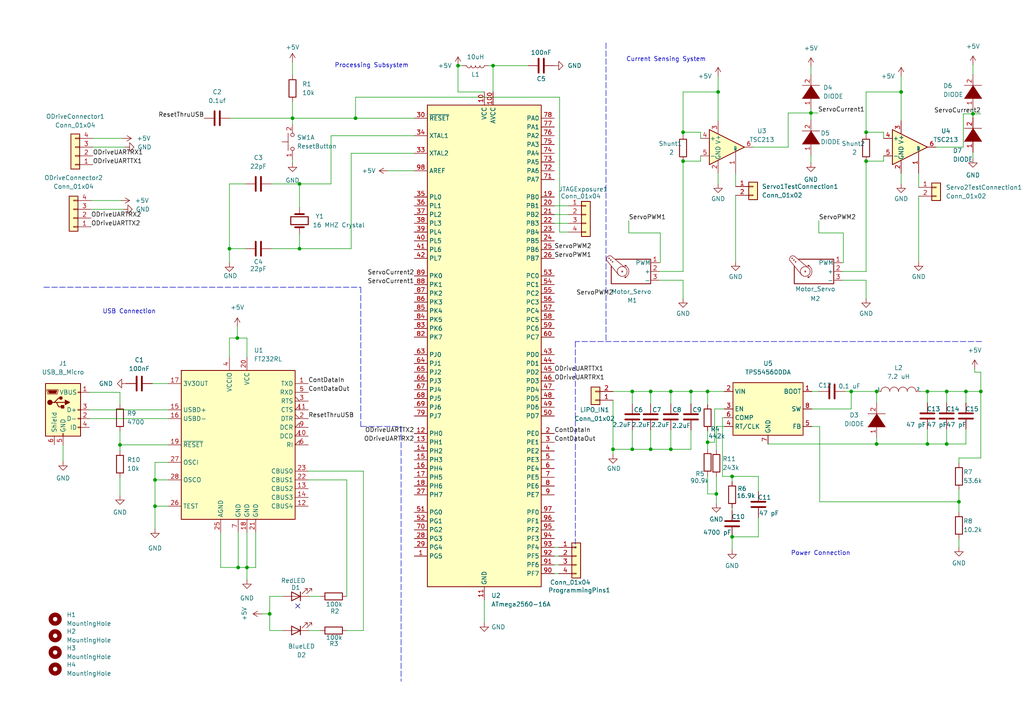
<source format=kicad_sch>
(kicad_sch (version 20211123) (generator eeschema)
  (paper "A4")
  (junction (at 177.8 130.302))
  (junction (at 132.842 19.05))
  (junction (at 194.564 130.302))
  (junction (at 280.162 113.538))
  (junction (at 143.002 19.05))
  (junction (at 246.888 113.538))
  (junction (at 103.124 34.29))
  (junction (at 268.986 128.778))
  (junction (at 274.574 113.538))
  (junction (at 284.48 113.538))
  (junction (at 86.868 72.136))
  (junction (at 78.232 178.054))
  (junction (at 205.232 113.538))
  (junction (at 198.12 38.354))
  (junction (at 194.564 113.538))
  (junction (at 34.798 129.032))
  (junction (at 44.958 146.812))
  (junction (at 254.254 128.778))
  (junction (at 44.958 139.192))
  (junction (at 274.574 128.778))
  (junction (at 278.13 145.542))
  (junction (at 84.836 34.29))
  (junction (at 251.206 46.736))
  (junction (at 66.548 72.136))
  (junction (at 69.088 164.592))
  (junction (at 188.722 130.302))
  (junction (at 268.986 113.538))
  (junction (at 212.344 155.702))
  (junction (at 261.366 26.67))
  (junction (at 198.12 46.736))
  (junction (at 207.772 143.256))
  (junction (at 71.628 164.592))
  (junction (at 282.194 33.02))
  (junction (at 68.834 98.044))
  (junction (at 251.206 38.354))
  (junction (at 208.28 26.67))
  (junction (at 254.254 113.538))
  (junction (at 183.388 130.302))
  (junction (at 205.232 128.27))
  (junction (at 86.868 53.34))
  (junction (at 212.344 138.176))
  (junction (at 200.406 113.538))
  (junction (at 235.204 32.766))
  (junction (at 188.722 113.538))
  (junction (at 183.388 113.538))
  (no_connect (at 86.36 175.768))
  (wire (pts (xy 25.908 118.872) (xy 48.768 118.872)))
  (polyline (pts (xy 116.332 123.698) (xy 116.332 197.612)))
  (wire (pts (xy 89.662 172.974) (xy 92.964 172.974)))
  (wire (pts (xy 268.986 128.778) (xy 274.574 128.778)))
  (wire (pts (xy 86.868 72.136) (xy 101.854 72.136)))
  (wire (pts (xy 246.888 113.538) (xy 246.888 118.618)))
  (wire (pts (xy 198.12 26.67) (xy 198.12 38.354)))
  (wire (pts (xy 209.55 121.158) (xy 209.55 138.176)))
  (wire (pts (xy 208.28 22.098) (xy 208.28 26.67)))
  (wire (pts (xy 141.732 19.05) (xy 143.002 19.05)))
  (wire (pts (xy 177.8 131.826) (xy 177.8 130.302)))
  (wire (pts (xy 183.388 117.094) (xy 183.388 113.538)))
  (wire (pts (xy 68.834 98.044) (xy 71.628 98.044)))
  (wire (pts (xy 66.548 53.34) (xy 66.548 72.136)))
  (wire (pts (xy 66.802 34.29) (xy 84.836 34.29)))
  (wire (pts (xy 207.772 123.698) (xy 210.058 123.698)))
  (wire (pts (xy 96.012 53.34) (xy 96.012 39.37)))
  (wire (pts (xy 205.232 137.922) (xy 205.232 143.256)))
  (wire (pts (xy 64.008 164.592) (xy 69.088 164.592)))
  (wire (pts (xy 191.262 78.74) (xy 198.12 78.74)))
  (wire (pts (xy 101.854 72.136) (xy 101.854 44.45)))
  (wire (pts (xy 34.798 117.348) (xy 34.798 113.792)))
  (wire (pts (xy 26.416 60.706) (xy 35.814 60.706)))
  (wire (pts (xy 280.162 113.538) (xy 284.48 113.538)))
  (wire (pts (xy 194.564 113.538) (xy 194.564 117.094)))
  (wire (pts (xy 100.584 182.88) (xy 105.41 182.88)))
  (wire (pts (xy 200.406 113.538) (xy 200.406 117.094)))
  (wire (pts (xy 256.286 38.354) (xy 256.286 40.132)))
  (wire (pts (xy 280.162 113.538) (xy 280.162 116.84)))
  (wire (pts (xy 219.964 155.702) (xy 212.344 155.702)))
  (wire (pts (xy 183.388 130.302) (xy 177.8 130.302)))
  (wire (pts (xy 278.13 156.21) (xy 278.13 158.75)))
  (wire (pts (xy 69.088 154.432) (xy 69.088 164.592)))
  (wire (pts (xy 251.206 46.736) (xy 251.206 78.74)))
  (wire (pts (xy 66.548 98.044) (xy 68.834 98.044)))
  (wire (pts (xy 96.012 39.37) (xy 120.142 39.37)))
  (wire (pts (xy 274.574 113.538) (xy 274.574 116.84)))
  (wire (pts (xy 284.48 113.538) (xy 284.48 132.842)))
  (wire (pts (xy 86.868 53.34) (xy 96.012 53.34)))
  (wire (pts (xy 140.462 173.99) (xy 140.462 180.594)))
  (wire (pts (xy 160.782 59.69) (xy 164.846 59.69)))
  (wire (pts (xy 278.13 141.986) (xy 278.13 145.542)))
  (wire (pts (xy 203.2 46.736) (xy 203.2 45.212)))
  (wire (pts (xy 212.344 138.176) (xy 212.344 139.7)))
  (wire (pts (xy 235.204 44.958) (xy 235.204 47.244)))
  (wire (pts (xy 284.48 107.95) (xy 282.702 107.95)))
  (wire (pts (xy 177.8 113.538) (xy 183.388 113.538)))
  (polyline (pts (xy 12.7 83.312) (xy 104.648 83.312)))
  (wire (pts (xy 278.13 132.842) (xy 278.13 134.366)))
  (wire (pts (xy 244.602 76.2) (xy 244.602 67.564)))
  (wire (pts (xy 237.744 123.698) (xy 237.744 145.542)))
  (wire (pts (xy 105.41 182.88) (xy 105.41 136.652)))
  (wire (pts (xy 100.584 172.974) (xy 100.584 139.192)))
  (wire (pts (xy 200.406 124.714) (xy 200.406 130.302)))
  (wire (pts (xy 261.366 26.67) (xy 261.366 35.052)))
  (wire (pts (xy 205.232 128.27) (xy 205.232 130.302)))
  (wire (pts (xy 143.002 19.05) (xy 153.162 19.05)))
  (wire (pts (xy 78.232 178.054) (xy 78.232 182.88)))
  (wire (pts (xy 268.986 113.538) (xy 268.986 116.84)))
  (wire (pts (xy 266.446 50.292) (xy 266.446 54.356)))
  (wire (pts (xy 235.458 113.538) (xy 237.49 113.538)))
  (wire (pts (xy 68.834 94.742) (xy 68.834 98.044)))
  (wire (pts (xy 251.206 38.354) (xy 256.286 38.354)))
  (wire (pts (xy 219.964 150.114) (xy 219.964 155.702)))
  (wire (pts (xy 274.574 128.778) (xy 274.574 124.46)))
  (wire (pts (xy 191.516 67.564) (xy 182.372 67.564)))
  (wire (pts (xy 160.782 166.37) (xy 162.052 166.37)))
  (wire (pts (xy 143.002 19.05) (xy 143.002 26.67)))
  (wire (pts (xy 26.924 42.672) (xy 36.322 42.672)))
  (wire (pts (xy 64.008 154.432) (xy 64.008 164.592)))
  (wire (pts (xy 71.628 103.632) (xy 71.628 98.044)))
  (wire (pts (xy 101.854 44.45) (xy 120.142 44.45)))
  (wire (pts (xy 103.124 28.194) (xy 103.124 34.29)))
  (wire (pts (xy 160.782 62.23) (xy 164.846 62.23)))
  (wire (pts (xy 209.55 138.176) (xy 212.344 138.176)))
  (wire (pts (xy 48.768 134.112) (xy 44.958 134.112)))
  (wire (pts (xy 198.12 46.736) (xy 198.12 78.74)))
  (wire (pts (xy 222.758 128.778) (xy 254.254 128.778)))
  (wire (pts (xy 191.516 76.2) (xy 191.516 67.564)))
  (wire (pts (xy 207.772 143.256) (xy 207.772 146.05)))
  (wire (pts (xy 69.088 164.592) (xy 71.628 164.592)))
  (wire (pts (xy 212.344 155.702) (xy 212.344 159.512)))
  (wire (pts (xy 207.772 138.176) (xy 207.772 143.256)))
  (wire (pts (xy 48.768 146.812) (xy 44.958 146.812)))
  (wire (pts (xy 194.564 130.302) (xy 188.722 130.302)))
  (wire (pts (xy 284.48 132.842) (xy 278.13 132.842)))
  (wire (pts (xy 256.286 46.736) (xy 256.286 45.212)))
  (polyline (pts (xy 104.648 83.312) (xy 104.648 123.698)))
  (wire (pts (xy 78.232 172.974) (xy 78.232 178.054)))
  (wire (pts (xy 254.254 128.778) (xy 254.254 127)))
  (wire (pts (xy 162.306 28.194) (xy 162.306 67.31)))
  (wire (pts (xy 84.836 18.034) (xy 84.836 21.844)))
  (wire (pts (xy 246.888 113.538) (xy 254.254 113.538)))
  (wire (pts (xy 228.6 32.766) (xy 235.204 32.766)))
  (wire (pts (xy 213.36 56.642) (xy 213.36 75.946)))
  (wire (pts (xy 251.206 26.67) (xy 251.206 38.354)))
  (wire (pts (xy 244.602 76.2) (xy 244.348 76.2)))
  (wire (pts (xy 66.548 72.136) (xy 66.548 76.2)))
  (wire (pts (xy 205.232 113.538) (xy 210.058 113.538)))
  (wire (pts (xy 188.722 130.302) (xy 183.388 130.302)))
  (wire (pts (xy 71.628 164.592) (xy 71.628 168.148)))
  (wire (pts (xy 48.768 111.252) (xy 44.196 111.252)))
  (wire (pts (xy 34.798 129.032) (xy 34.798 130.81)))
  (wire (pts (xy 188.722 124.714) (xy 188.722 130.302)))
  (wire (pts (xy 84.836 34.29) (xy 84.836 36.068)))
  (wire (pts (xy 162.306 67.31) (xy 164.846 67.31)))
  (wire (pts (xy 213.36 50.292) (xy 213.36 54.102)))
  (wire (pts (xy 160.782 158.75) (xy 162.052 158.75)))
  (wire (pts (xy 198.12 26.67) (xy 208.28 26.67)))
  (wire (pts (xy 280.162 128.778) (xy 280.162 124.46)))
  (wire (pts (xy 208.28 26.67) (xy 208.28 35.052)))
  (wire (pts (xy 78.232 178.054) (xy 75.946 178.054)))
  (wire (pts (xy 261.366 50.292) (xy 261.366 53.34)))
  (wire (pts (xy 235.458 118.618) (xy 246.888 118.618)))
  (wire (pts (xy 274.574 113.538) (xy 280.162 113.538)))
  (wire (pts (xy 86.868 53.34) (xy 78.74 53.34)))
  (wire (pts (xy 282.194 31.75) (xy 282.194 33.02)))
  (wire (pts (xy 26.416 58.166) (xy 35.052 58.166)))
  (wire (pts (xy 212.344 138.176) (xy 219.964 138.176)))
  (wire (pts (xy 279.4 33.02) (xy 282.194 33.02)))
  (wire (pts (xy 282.194 44.196) (xy 282.194 45.974)))
  (wire (pts (xy 266.446 56.896) (xy 266.446 75.946)))
  (wire (pts (xy 198.12 38.354) (xy 203.2 38.354)))
  (wire (pts (xy 132.842 26.67) (xy 140.462 26.67)))
  (wire (pts (xy 244.348 78.74) (xy 251.206 78.74)))
  (wire (pts (xy 237.49 64.008) (xy 237.49 67.564)))
  (wire (pts (xy 203.2 38.354) (xy 203.2 40.132)))
  (wire (pts (xy 251.206 38.354) (xy 251.206 39.116)))
  (wire (pts (xy 103.124 34.29) (xy 120.142 34.29)))
  (wire (pts (xy 228.6 42.672) (xy 228.6 32.766)))
  (wire (pts (xy 84.836 34.29) (xy 103.124 34.29)))
  (wire (pts (xy 251.206 46.736) (xy 256.286 46.736)))
  (wire (pts (xy 282.702 106.934) (xy 282.702 107.95)))
  (wire (pts (xy 244.348 81.28) (xy 251.206 81.28)))
  (wire (pts (xy 160.782 64.77) (xy 164.846 64.77)))
  (polyline (pts (xy 175.768 12.446) (xy 175.768 74.168)))
  (wire (pts (xy 235.204 32.766) (xy 235.204 34.798)))
  (wire (pts (xy 34.798 124.968) (xy 34.798 129.032)))
  (wire (pts (xy 82.042 182.88) (xy 78.232 182.88)))
  (wire (pts (xy 284.48 113.538) (xy 284.48 107.95)))
  (wire (pts (xy 212.344 147.32) (xy 212.344 148.082)))
  (wire (pts (xy 207.264 118.618) (xy 210.058 118.618)))
  (wire (pts (xy 208.28 50.292) (xy 208.28 53.34)))
  (wire (pts (xy 188.722 113.538) (xy 188.722 117.094)))
  (wire (pts (xy 254.254 116.84) (xy 254.254 113.538)))
  (wire (pts (xy 74.168 164.592) (xy 71.628 164.592)))
  (wire (pts (xy 82.042 172.974) (xy 78.232 172.974)))
  (wire (pts (xy 44.958 134.112) (xy 44.958 139.192)))
  (wire (pts (xy 183.388 113.538) (xy 188.722 113.538)))
  (wire (pts (xy 66.548 103.632) (xy 66.548 98.044)))
  (wire (pts (xy 78.74 72.136) (xy 86.868 72.136)))
  (wire (pts (xy 210.058 121.158) (xy 209.55 121.158)))
  (wire (pts (xy 235.204 31.75) (xy 235.204 32.766)))
  (wire (pts (xy 44.958 146.812) (xy 44.958 153.416)))
  (wire (pts (xy 198.12 38.354) (xy 198.12 39.116)))
  (wire (pts (xy 251.206 81.28) (xy 251.206 86.614)))
  (wire (pts (xy 34.798 113.792) (xy 25.908 113.792)))
  (wire (pts (xy 235.204 32.766) (xy 237.236 32.766)))
  (wire (pts (xy 235.458 123.698) (xy 237.744 123.698)))
  (wire (pts (xy 200.406 130.302) (xy 194.564 130.302)))
  (wire (pts (xy 274.574 128.778) (xy 280.162 128.778)))
  (wire (pts (xy 132.842 19.05) (xy 134.112 19.05)))
  (wire (pts (xy 207.264 128.27) (xy 205.232 128.27)))
  (wire (pts (xy 207.772 123.698) (xy 207.772 130.556)))
  (wire (pts (xy 254.254 128.778) (xy 268.986 128.778)))
  (wire (pts (xy 205.232 143.256) (xy 207.772 143.256)))
  (wire (pts (xy 194.564 113.538) (xy 200.406 113.538)))
  (wire (pts (xy 132.842 19.05) (xy 132.842 26.67)))
  (wire (pts (xy 182.372 67.564) (xy 182.372 64.008)))
  (wire (pts (xy 282.194 33.02) (xy 282.194 34.036)))
  (wire (pts (xy 191.516 76.2) (xy 191.262 76.2)))
  (polyline (pts (xy 104.648 123.698) (xy 116.332 123.698)))
  (wire (pts (xy 198.12 81.28) (xy 198.12 86.614)))
  (wire (pts (xy 200.406 113.538) (xy 205.232 113.538)))
  (wire (pts (xy 89.662 182.88) (xy 92.964 182.88)))
  (polyline (pts (xy 175.768 74.168) (xy 175.768 99.06)))
  (wire (pts (xy 112.522 49.53) (xy 120.142 49.53)))
  (wire (pts (xy 105.41 136.652) (xy 89.408 136.652)))
  (wire (pts (xy 71.12 53.34) (xy 66.548 53.34)))
  (polyline (pts (xy 166.878 99.06) (xy 166.878 159.004)))
  (wire (pts (xy 103.124 28.194) (xy 162.306 28.194)))
  (wire (pts (xy 244.602 67.564) (xy 237.49 67.564)))
  (wire (pts (xy 279.4 42.672) (xy 279.4 33.02)))
  (wire (pts (xy 205.232 124.968) (xy 205.232 128.27)))
  (wire (pts (xy 218.44 42.672) (xy 228.6 42.672)))
  (wire (pts (xy 160.782 163.83) (xy 162.052 163.83)))
  (wire (pts (xy 191.262 81.28) (xy 198.12 81.28)))
  (wire (pts (xy 86.868 72.136) (xy 86.868 67.818)))
  (wire (pts (xy 268.986 113.538) (xy 266.954 113.538)))
  (wire (pts (xy 278.13 145.542) (xy 278.13 148.59)))
  (wire (pts (xy 84.836 29.464) (xy 84.836 34.29)))
  (wire (pts (xy 205.232 113.538) (xy 205.232 117.348)))
  (wire (pts (xy 268.986 124.46) (xy 268.986 128.778)))
  (wire (pts (xy 251.206 26.67) (xy 261.366 26.67)))
  (wire (pts (xy 84.836 46.228) (xy 84.836 47.244)))
  (wire (pts (xy 86.868 60.198) (xy 86.868 53.34)))
  (wire (pts (xy 44.958 139.192) (xy 48.768 139.192)))
  (wire (pts (xy 261.366 22.098) (xy 261.366 26.67)))
  (wire (pts (xy 34.798 138.43) (xy 34.798 143.764)))
  (wire (pts (xy 235.204 19.304) (xy 235.204 21.59)))
  (wire (pts (xy 74.168 154.432) (xy 74.168 164.592)))
  (wire (pts (xy 26.924 40.132) (xy 35.56 40.132)))
  (wire (pts (xy 183.388 124.714) (xy 183.388 130.302)))
  (wire (pts (xy 34.798 129.032) (xy 48.768 129.032)))
  (wire (pts (xy 268.986 113.538) (xy 274.574 113.538)))
  (wire (pts (xy 160.782 161.29) (xy 162.052 161.29)))
  (wire (pts (xy 198.12 46.736) (xy 203.2 46.736)))
  (wire (pts (xy 100.584 139.192) (xy 89.408 139.192)))
  (wire (pts (xy 66.548 72.136) (xy 71.12 72.136)))
  (wire (pts (xy 188.722 113.538) (xy 194.564 113.538)))
  (wire (pts (xy 194.564 124.714) (xy 194.564 130.302)))
  (wire (pts (xy 71.628 154.432) (xy 71.628 164.592)))
  (wire (pts (xy 207.264 118.618) (xy 207.264 128.27)))
  (wire (pts (xy 18.288 129.032) (xy 18.288 133.858)))
  (wire (pts (xy 25.908 121.412) (xy 48.768 121.412)))
  (wire (pts (xy 177.8 130.302) (xy 177.8 116.078)))
  (polyline (pts (xy 284.734 99.06) (xy 166.878 99.06)))
  (wire (pts (xy 44.958 139.192) (xy 44.958 146.812)))
  (wire (pts (xy 271.526 42.672) (xy 279.4 42.672)))
  (wire (pts (xy 282.194 18.796) (xy 282.194 21.59)))
  (wire (pts (xy 219.964 138.176) (xy 219.964 142.494)))
  (wire (pts (xy 282.194 33.02) (xy 284.48 33.02)))
  (wire (pts (xy 245.11 113.538) (xy 246.888 113.538)))
  (wire (pts (xy 237.744 145.542) (xy 278.13 145.542)))
  (text "Processing Subsystem\n" (at 97.028 19.812 0) (effects (font (size 1.27 1.27)) (justify left bottom)))
  (text "Power Connection" (at 229.362 161.29 0) (effects (font (size 1.27 1.27)) (justify left bottom)))
  (text "USB Connection\n" (at 29.718 91.186 0) (effects (font (size 1.27 1.27)) (justify left bottom)))
  (text "Current Sensing System\n" (at 181.61 18.034 0) (effects (font (size 1.27 1.27)) (justify left bottom)))
  (label "ServoPWM1" (at 160.782 74.93 0))
  (label "ContDataIn" (at 89.408 111.252 0))
  (label "ServoPWM2" (at 237.49 64.008 0))
  (label "ResetThruUSB" (at 59.182 34.29 180))
  (label "ContDataOut" (at 160.782 128.27 0))
  (label "ODriveUARTRX2" (at 120.142 128.27 180))
  (label "ServoCurrent2" (at 284.48 33.02 180))
  (label "ContDataIn" (at 160.782 125.73 0))
  (label "ServoPWM2" (at 160.782 72.39 0))
  (label "ODriveUARTTX1" (at 160.782 107.95 0))
  (label "ServoCurrent1" (at 237.236 32.766 0))
  (label "ODriveUARTRX2" (at 26.416 63.246 0))
  (label "ServoCurrent2" (at 120.142 80.01 180))
  (label "ODriveUARTRX1" (at 26.924 45.212 0))
  (label "ServoPWM2" (at 167.132 85.852 0))
  (label "ResetThruUSB" (at 89.408 121.412 0))
  (label "ODriveUARTTX2" (at 120.142 125.73 180))
  (label "ServoPWM1" (at 182.372 64.008 0))
  (label "ServoCurrent1" (at 120.142 82.55 180))
  (label "ODriveUARTTX2" (at 26.416 65.786 0))
  (label "ODriveUARTRX1" (at 160.782 110.49 0))
  (label "ContDataOut" (at 89.408 113.792 0))
  (label "ODriveUARTTX1" (at 26.924 47.752 0))
  (symbol (lib_id "power:GND") (at 207.772 146.05 0) (unit 1)
    (property "Reference" "#PWR0112" (effects hide))
    (property "Value" "GND" (at 207.772 150.622 0))
  )
  (symbol (lib_id "Device:C") (at 62.992 34.29 90) (unit 1)
    (property "Reference" "C2" (at 62.992 26.67 90))
    (property "Value" "0.1uf" (at 62.992 29.21 90))
    (property "Footprint" "Capacitor_SMD:C_0805_2012Metric_Pad1.18x1.45mm_HandSolder" (effects hide))
  )
  (symbol (lib_id "Device:LED") (at 85.852 182.88 180) (unit 1)
    (property "Reference" "D2" (at 87.4395 189.992 0))
    (property "Value" "BlueLED" (at 87.4395 187.452 0))
    (property "Footprint" "Diode_SMD:D_0603_1608Metric_Pad1.05x0.95mm_HandSolder" (effects hide))
  )
  (symbol (lib_id "power:GND") (at 84.836 47.244 0) (unit 1)
    (property "Reference" "#PWR0114" (effects hide))
    (property "Value" "GND" (at 84.836 52.324 0))
  )
  (symbol (lib_id "Device:C") (at 200.406 120.904 180) (unit 1)
    (property "Reference" "C9" (at 202.184 118.872 0))
    (property "Value" "2.2uF" (at 197.612 123.444 0))
    (property "Footprint" "Capacitor_SMD:C_0805_2012Metric_Pad1.18x1.45mm_HandSolder" (effects hide))
  )
  (symbol (lib_id "Device:R") (at 212.344 143.51 0) (unit 1)
    (property "Reference" "R6" (at 213.868 141.732 0) (effects (justify left)))
    (property "Value" "16.9k" (at 213.614 143.764 0) (effects (justify left)))
    (property "Footprint" "Resistor_SMD:R_0805_2012Metric_Pad1.20x1.40mm_HandSolder" (effects hide))
  )
  (symbol (lib_id "Connector_Generic:Conn_01x04") (at 169.926 62.23 0) (unit 1)
    (property "Reference" "JTAGExposure1" (at 162.052 54.864 0) (effects (justify left)))
    (property "Value" "Conn_01x04" (at 162.56 56.896 0) (effects (justify left)))
    (property "Footprint" "Connector_Molex:Molex_KK-254_AE-6410-04A_1x04_P2.54mm_Vertical" (effects hide))
  )
  (symbol (lib_id "Device:C") (at 74.93 72.136 90) (unit 1)
    (property "Reference" "C4" (at 74.93 75.946 90))
    (property "Value" "22pF" (at 74.93 77.978 90))
    (property "Footprint" "Capacitor_SMD:C_0805_2012Metric_Pad1.18x1.45mm_HandSolder" (effects hide))
  )
  (symbol (lib_id "Device:C") (at 74.93 53.34 90) (unit 1)
    (property "Reference" "C3" (at 74.93 45.72 90))
    (property "Value" "22pF" (at 74.93 48.26 90))
    (property "Footprint" "Capacitor_SMD:C_0805_2012Metric_Pad1.18x1.45mm_HandSolder" (effects hide))
  )
  (symbol (lib_id "power:GND") (at 140.462 180.594 0) (unit 1)
    (property "Reference" "#PWR0127" (effects hide))
    (property "Value" "GND" (at 142.494 181.8639 0) (effects (justify left)))
  )
  (symbol (lib_id "Device:C") (at 280.162 120.65 180) (unit 1)
    (property "Reference" "C15" (at 281.94 118.618 0))
    (property "Value" "47 pF" (at 277.368 123.19 0))
    (property "Footprint" "Capacitor_SMD:C_0805_2012Metric_Pad1.18x1.45mm_HandSolder" (effects hide))
  )
  (symbol (lib_id "power:GND") (at 212.344 159.512 0) (unit 1)
    (property "Reference" "#PWR0103" (effects hide))
    (property "Value" "GND" (at 212.344 164.084 0))
  )
  (symbol (lib_name "INA181_1") (lib_id "Amplifier_Current:INA181") (at 263.906 42.672 0) (unit 1)
    (property "Reference" "U4" (at 274.32 37.973 0))
    (property "Value" "TSC213" (at 274.32 40.513 0))
    (property "Footprint" "footprints:TSC213ICT" (effects hide))
    (property "Datasheet" "http://www.ti.com/lit/ds/symlink/ina181.pdf" (effects hide))
  )
  (symbol (lib_id "power:GND") (at 18.288 133.858 0) (unit 1)
    (property "Reference" "#PWR0123" (effects hide))
    (property "Value" "GND" (at 18.288 138.684 0))
  )
  (symbol (lib_id "Device:R") (at 205.232 121.158 0) (mirror y) (unit 1)
    (property "Reference" "R4" (at 208.788 124.46 0) (effects (justify left)))
    (property "Value" "442k" (at 210.312 126.492 0) (effects (justify left)))
    (property "Footprint" "Resistor_SMD:R_0805_2012Metric_Pad1.20x1.40mm_HandSolder" (effects hide))
  )
  (symbol (lib_id "power:GND") (at 34.798 143.764 0) (unit 1)
    (property "Reference" "#PWR0135" (effects hide))
    (property "Value" "GND" (at 34.798 148.59 0))
  )
  (symbol (lib_id "Connector_Generic:Conn_01x04") (at 21.336 63.246 180) (unit 1)
    (property "Reference" "ODriveConnector2" (at 21.336 51.562 0))
    (property "Value" "Conn_01x04" (at 21.336 54.102 0))
    (property "Footprint" "Connector_Molex:Molex_KK-254_AE-6410-04A_1x04_P2.54mm_Vertical" (effects hide))
  )
  (symbol (lib_id "power:GND") (at 266.446 75.946 0) (unit 1)
    (property "Reference" "#PWR0104" (effects hide))
    (property "Value" "GND" (at 264.414 80.264 0) (effects (justify left)))
  )
  (symbol (lib_id "Amplifier_Current:INA181") (at 210.82 42.672 0) (unit 1)
    (property "Reference" "U3" (at 220.98 37.973 0))
    (property "Value" "TSC213" (at 220.98 40.513 0))
    (property "Footprint" "footprints:TSC213ICT" (effects hide))
    (property "Datasheet" "http://www.ti.com/lit/ds/symlink/ina181.pdf" (effects hide))
  )
  (symbol (lib_id "Device:R") (at 96.774 182.88 270) (unit 1)
    (property "Reference" "R3" (at 95.504 186.69 90) (effects (justify left)))
    (property "Value" "100k" (at 94.488 184.912 90) (effects (justify left)))
    (property "Footprint" "Resistor_SMD:R_0805_2012Metric_Pad1.20x1.40mm_HandSolder" (effects hide))
  )
  (symbol (lib_id "Connector_Generic:Conn_01x02") (at 271.526 54.356 0) (unit 1)
    (property "Reference" "Servo2TestConnection1" (at 274.32 54.3559 0) (effects (justify left)))
    (property "Value" "Conn_01x02" (at 274.32 56.8959 0) (effects (justify left)))
    (property "Footprint" "Connector_Molex:Molex_KK-254_AE-6410-02A_1x02_P2.54mm_Vertical" (effects hide))
  )
  (symbol (lib_id "pspice:DIODE") (at 235.204 39.878 90) (unit 1)
    (property "Reference" "D5" (at 237.998 38.608 90) (effects (justify right)))
    (property "Value" "DIODE" (at 237.998 41.148 90) (effects (justify right)))
    (property "Footprint" "eec:Vishay-B360A-E3_61T-0-0-0" (effects hide))
  )
  (symbol (lib_id "pspice:DIODE") (at 282.194 26.67 90) (unit 1)
    (property "Reference" "D6" (at 273.558 24.892 90) (effects (justify right)))
    (property "Value" "DIODE" (at 273.558 27.432 90) (effects (justify right)))
    (property "Footprint" "eec:Vishay-B360A-E3_61T-0-0-0" (effects hide))
  )
  (symbol (lib_id "Device:R") (at 205.232 134.112 0) (unit 1)
    (property "Reference" "R5" (at 201.676 137.414 0) (effects (justify left)))
    (property "Value" "90.9k" (at 200.152 139.446 0) (effects (justify left)))
    (property "Footprint" "Resistor_SMD:R_0805_2012Metric_Pad1.20x1.40mm_HandSolder" (effects hide))
  )
  (symbol (lib_id "power:+5V") (at 261.366 22.098 0) (unit 1)
    (property "Reference" "#PWR0101" (effects hide))
    (property "Value" "+5V" (at 257.556 22.098 0))
  )
  (symbol (lib_id "Device:C") (at 219.964 146.304 180) (unit 1)
    (property "Reference" "C11" (at 221.742 144.272 0))
    (property "Value" "47 pF" (at 223.012 148.844 0))
    (property "Footprint" "Capacitor_SMD:C_0805_2012Metric_Pad1.18x1.45mm_HandSolder" (effects hide))
  )
  (symbol (lib_id "Device:R") (at 278.13 152.4 0) (unit 1)
    (property "Reference" "R8" (at 279.4 151.13 0) (effects (justify left)))
    (property "Value" "10.2k" (at 279.4 153.67 0) (effects (justify left)))
    (property "Footprint" "Resistor_SMD:R_0805_2012Metric_Pad1.20x1.40mm_HandSolder" (effects hide))
  )
  (symbol (lib_id "power:+5V") (at 84.836 18.034 0) (unit 1)
    (property "Reference" "#PWR0117" (effects hide))
    (property "Value" "+5V" (at 84.836 13.716 0))
  )
  (symbol (lib_id "power:GND") (at 208.28 53.34 0) (unit 1)
    (property "Reference" "#PWR0107" (effects hide))
    (property "Value" "GND" (at 206.248 57.658 0) (effects (justify left)))
  )
  (symbol (lib_id "Connector:USB_B_Micro") (at 18.288 118.872 0) (unit 1)
    (property "Reference" "J1" (at 18.288 105.41 0))
    (property "Value" "USB_B_Micro" (at 18.288 107.95 0))
    (property "Footprint" "Connector_USB:USB_Mini-B_AdamTech_MUSB-B5-S-VT-TSMT-1_SMD_Vertical" (effects hide))
  )
  (symbol (lib_id "Device:R") (at 34.798 121.158 0) (unit 1)
    (property "Reference" "R9" (at 36.83 119.8879 0) (effects (justify left)))
    (property "Value" "4700" (at 36.83 122.4279 0) (effects (justify left)))
    (property "Footprint" "Resistor_SMD:R_0805_2012Metric_Pad1.20x1.40mm_HandSolder" (effects hide))
  )
  (symbol (lib_id "power:+5V") (at 132.842 19.05 0) (unit 1)
    (property "Reference" "#PWR0105" (effects hide))
    (property "Value" "+5V" (at 129.032 19.05 0))
  )
  (symbol (lib_id "Connector_Generic:Conn_01x04") (at 167.132 161.29 0) (unit 1)
    (property "Reference" "ProgrammingPins1" (at 159.004 171.196 0) (effects (justify left)))
    (property "Value" "Conn_01x04" (at 159.512 168.91 0) (effects (justify left)))
    (property "Footprint" "Connector_Molex:Molex_KK-254_AE-6410-04A_1x04_P2.54mm_Vertical" (effects hide))
  )
  (symbol (lib_id "pspice:DIODE") (at 254.254 121.92 90) (unit 1)
    (property "Reference" "D3" (at 246.38 120.396 90) (effects (justify right)))
    (property "Value" "DIODE" (at 244.856 122.936 90) (effects (justify right)))
    (property "Footprint" "eec:Vishay-B360A-E3_61T-0-0-0" (effects hide))
  )
  (symbol (lib_id "power:GND") (at 261.366 53.34 0) (unit 1)
    (property "Reference" "#PWR0102" (effects hide))
    (property "Value" "GND" (at 259.334 57.658 0) (effects (justify left)))
  )
  (symbol (lib_id "Connector_Generic:Conn_01x04") (at 21.844 45.212 180) (unit 1)
    (property "Reference" "ODriveConnector1" (at 21.844 33.782 0))
    (property "Value" "Conn_01x04" (at 21.844 36.322 0))
    (property "Footprint" "Connector_Molex:Molex_KK-254_AE-6410-04A_1x04_P2.54mm_Vertical" (effects hide))
  )
  (symbol (lib_id "power:GND") (at 278.13 158.75 0) (unit 1)
    (property "Reference" "#PWR0130" (effects hide))
    (property "Value" "GND" (at 278.13 163.322 0))
  )
  (symbol (lib_id "Mechanical:MountingHole") (at 16.002 184.404 0) (unit 1)
    (property "Reference" "H2" (at 19.304 183.1339 0) (effects (justify left)))
    (property "Value" "MountingHole" (at 19.304 185.6739 0) (effects (justify left)))
    (property "Footprint" "MountingHole:MountingHole_3.2mm_M3" (effects hide))
  )
  (symbol (lib_id "Device:R") (at 198.12 42.926 0) (unit 1)
    (property "Reference" "Shunt1" (at 191.008 41.656 0) (effects (justify left)))
    (property "Value" "2" (at 194.056 44.196 0) (effects (justify left)))
    (property "Footprint" "Resistor_SMD:R_0805_2012Metric_Pad1.20x1.40mm_HandSolder" (effects hide))
  )
  (symbol (lib_id "Device:R") (at 34.798 134.62 0) (unit 1)
    (property "Reference" "R10" (at 36.83 133.3499 0) (effects (justify left)))
    (property "Value" "10k" (at 36.83 135.8899 0) (effects (justify left)))
    (property "Footprint" "Resistor_SMD:R_0805_2012Metric_Pad1.20x1.40mm_HandSolder" (effects hide))
  )
  (symbol (lib_id "Device:C") (at 274.574 120.65 180) (unit 1)
    (property "Reference" "C14" (at 276.352 118.618 0))
    (property "Value" "47 pF" (at 271.78 123.19 0))
    (property "Footprint" "Capacitor_SMD:C_0805_2012Metric_Pad1.18x1.45mm_HandSolder" (effects hide))
  )
  (symbol (lib_id "power:GND") (at 36.576 111.252 270) (unit 1)
    (property "Reference" "#PWR0122" (effects hide))
    (property "Value" "GND" (at 32.766 111.2519 90) (effects (justify right)))
  )
  (symbol (lib_id "Device:R") (at 251.206 42.926 0) (unit 1)
    (property "Reference" "Shunt2" (at 244.094 41.656 0) (effects (justify left)))
    (property "Value" "2" (at 247.142 44.196 0) (effects (justify left)))
    (property "Footprint" "Resistor_SMD:R_0805_2012Metric_Pad1.20x1.40mm_HandSolder" (effects hide))
  )
  (symbol (lib_id "power:GND") (at 177.8 131.826 0) (unit 1)
    (property "Reference" "#PWR0128" (effects hide))
    (property "Value" "GND" (at 180.086 135.89 0) (effects (justify right)))
  )
  (symbol (lib_id "power:+5V") (at 235.204 19.304 0) (unit 1)
    (property "Reference" "#PWR0132" (effects hide))
    (property "Value" "+5V" (at 235.204 13.97 0))
  )
  (symbol (lib_id "power:+5V") (at 282.194 18.796 0) (unit 1)
    (property "Reference" "#PWR0134" (effects hide))
    (property "Value" "+5V" (at 282.194 13.462 0))
  )
  (symbol (lib_id "power:+5V") (at 68.834 94.742 0) (unit 1)
    (property "Reference" "#PWR0118" (effects hide))
    (property "Value" "+5V" (at 68.834 89.154 0))
  )
  (symbol (lib_id "Device:L") (at 137.922 19.05 270) (unit 1)
    (property "Reference" "L1" (at 137.922 21.59 90))
    (property "Value" "10uH" (at 137.922 16.51 90))
    (property "Footprint" "Inductor_SMD:L_0603_1608Metric_Pad1.05x0.95mm_HandSolder" (effects hide))
  )
  (symbol (lib_id "Connector_Generic:Conn_01x02") (at 172.72 116.078 180) (unit 1)
    (property "Reference" "LiPO_IN1" (at 172.466 118.872 0))
    (property "Value" "Conn_01x02" (at 172.466 121.412 0))
    (property "Footprint" "Connector_Wire:SolderWire-2sqmm_1x02_P7.8mm_D2mm_OD3.9mm" (effects hide))
  )
  (symbol (lib_id "pspice:INDUCTOR") (at 260.604 113.538 0) (unit 1)
    (property "Reference" "L2" (at 260.604 106.68 0))
    (property "Value" "7.2 uH" (at 260.604 109.22 0))
    (property "Footprint" "eec:WE-PDF59" (effects hide))
  )
  (symbol (lib_id "power:GND") (at 213.36 75.946 0) (unit 1)
    (property "Reference" "#PWR0113" (effects hide))
    (property "Value" "GND" (at 211.328 80.264 0) (effects (justify left)))
  )
  (symbol (lib_id "power:GND") (at 160.782 19.05 90) (unit 1)
    (property "Reference" "#PWR0109" (effects hide))
    (property "Value" "GND" (at 164.592 19.0499 90) (effects (justify right)))
  )
  (symbol (lib_id "Motor:Motor_Servo") (at 183.642 78.74 0) (mirror y) (unit 1)
    (property "Reference" "M1" (at 183.388 87.122 0))
    (property "Value" "Motor_Servo" (at 183.134 84.582 0))
    (property "Footprint" "Connector_Molex:Molex_KK-254_AE-6410-03A_1x03_P2.54mm_Vertical" (effects hide))
    (property "Datasheet" "http://forums.parallax.com/uploads/attachments/46831/74481.png" (effects hide))
  )
  (symbol (lib_id "Device:C") (at 194.564 120.904 180) (unit 1)
    (property "Reference" "C8" (at 196.342 118.872 0))
    (property "Value" "2.2uF" (at 191.516 123.19 0))
    (property "Footprint" "Capacitor_SMD:C_0805_2012Metric_Pad1.18x1.45mm_HandSolder" (effects hide))
  )
  (symbol (lib_id "Device:R") (at 207.772 134.366 0) (unit 1)
    (property "Reference" "R11" (at 209.55 133.0959 0) (effects (justify left)))
    (property "Value" "243k" (at 209.55 135.6359 0) (effects (justify left)))
    (property "Footprint" "Resistor_SMD:R_0805_2012Metric_Pad1.20x1.40mm_HandSolder" (effects hide))
  )
  (symbol (lib_id "Device:C") (at 241.3 113.538 270) (unit 1)
    (property "Reference" "C12" (at 239.268 111.76 90))
    (property "Value" "0.1 uF" (at 246.38 112.014 90))
    (property "Footprint" "Capacitor_SMD:C_0805_2012Metric_Pad1.18x1.45mm_HandSolder" (effects hide))
  )
  (symbol (lib_id "power:+5V") (at 112.522 49.53 90) (unit 1)
    (property "Reference" "#PWR0106" (effects hide))
    (property "Value" "+5V" (at 104.902 49.53 90) (effects (justify right)))
  )
  (symbol (lib_id "Device:C") (at 40.386 111.252 90) (unit 1)
    (property "Reference" "C1" (at 40.386 104.394 90))
    (property "Value" "100nF" (at 40.386 106.934 90))
    (property "Footprint" "Capacitor_SMD:C_0805_2012Metric_Pad1.18x1.45mm_HandSolder" (effects hide))
  )
  (symbol (lib_id "Connector_Generic:Conn_01x02") (at 218.44 54.102 0) (unit 1)
    (property "Reference" "Servo1TestConnection1" (at 220.98 54.1019 0) (effects (justify left)))
    (property "Value" "Conn_01x02" (at 220.98 56.6419 0) (effects (justify left)))
    (property "Footprint" "Connector_Molex:Molex_KK-254_AE-6410-02A_1x02_P2.54mm_Vertical" (effects hide))
  )
  (symbol (lib_id "MCU_Microchip_ATmega:ATmega2560-16A") (at 140.462 100.33 0) (unit 1)
    (property "Reference" "U2" (at 142.4814 172.72 0) (effects (justify left)))
    (property "Value" "ATmega2560-16A" (at 142.4814 175.26 0) (effects (justify left)))
    (property "Footprint" "Package_QFP:TQFP-100_14x14mm_P0.5mm" (effects hide))
    (property "Datasheet" "http://ww1.microchip.com/downloads/en/DeviceDoc/Atmel-2549-8-bit-AVR-Microcontroller-ATmega640-1280-1281-2560-2561_datasheet.pdf" (effects hide))
  )
  (symbol (lib_id "Device:R") (at 84.836 25.654 0) (unit 1)
    (property "Reference" "R1" (at 87.63 24.3839 0) (effects (justify left)))
    (property "Value" "10k" (at 87.63 26.9239 0) (effects (justify left)))
    (property "Footprint" "Resistor_SMD:R_0805_2012Metric_Pad1.20x1.40mm_HandSolder" (effects hide))
  )
  (symbol (lib_id "power:GND") (at 35.814 60.706 90) (unit 1)
    (property "Reference" "#PWR0121" (effects hide))
    (property "Value" "GND" (at 39.37 60.7059 90) (effects (justify right)))
  )
  (symbol (lib_id "power:+5V") (at 208.28 22.098 0) (unit 1)
    (property "Reference" "#PWR0108" (effects hide))
    (property "Value" "+5V" (at 204.47 22.098 0))
  )
  (symbol (lib_id "power:+5V") (at 282.702 106.934 0) (unit 1)
    (property "Reference" "#PWR0129" (effects hide))
    (property "Value" "+5V" (at 282.702 101.6 0))
  )
  (symbol (lib_id "Mechanical:MountingHole") (at 16.002 179.578 0) (unit 1)
    (property "Reference" "H1" (at 19.304 178.3079 0) (effects (justify left)))
    (property "Value" "MountingHole" (at 19.304 180.8479 0) (effects (justify left)))
    (property "Footprint" "MountingHole:MountingHole_3.2mm_M3" (effects hide))
  )
  (symbol (lib_id "power:GND") (at 36.322 42.672 90) (unit 1)
    (property "Reference" "#PWR0116" (effects hide))
    (property "Value" "GND" (at 39.878 42.6719 90) (effects (justify right)))
  )
  (symbol (lib_id "pspice:DIODE") (at 282.194 39.116 90) (unit 1)
    (property "Reference" "D7" (at 276.352 43.688 90) (effects (justify right)))
    (property "Value" "DIODE" (at 276.352 46.228 90) (effects (justify right)))
    (property "Footprint" "eec:Vishay-B360A-E3_61T-0-0-0" (effects hide))
  )
  (symbol (lib_id "Device:C") (at 183.388 120.904 180) (unit 1)
    (property "Reference" "C6" (at 185.166 118.872 0))
    (property "Value" "2.2uF" (at 180.34 123.19 0))
    (property "Footprint" "Capacitor_SMD:C_0805_2012Metric_Pad1.18x1.45mm_HandSolder" (effects hide))
  )
  (symbol (lib_id "Device:R") (at 278.13 138.176 0) (unit 1)
    (property "Reference" "R7" (at 279.4 136.906 0) (effects (justify left)))
    (property "Value" "53.6k" (at 279.4 139.446 0) (effects (justify left)))
    (property "Footprint" "Resistor_SMD:R_0805_2012Metric_Pad1.20x1.40mm_HandSolder" (effects hide))
  )
  (symbol (lib_id "Device:Crystal") (at 86.868 64.008 90) (unit 1)
    (property "Reference" "Y1" (at 91.44 62.7379 90) (effects (justify right)))
    (property "Value" "16 MHZ Crystal" (at 90.678 65.278 90) (effects (justify right)))
    (property "Footprint" "eec:830058383B" (effects hide))
  )
  (symbol (lib_id "Motor:Motor_Servo") (at 236.728 78.74 0) (mirror y) (unit 1)
    (property "Reference" "M2" (at 236.474 86.614 0))
    (property "Value" "Motor_Servo" (at 236.474 83.82 0))
    (property "Footprint" "Connector_Molex:Molex_KK-254_AE-6410-03A_1x03_P2.54mm_Vertical" (effects hide))
    (property "Datasheet" "http://forums.parallax.com/uploads/attachments/46831/74481.png" (effects hide))
  )
  (symbol (lib_id "power:GND") (at 44.958 153.416 0) (unit 1)
    (property "Reference" "#PWR0124" (effects hide))
    (property "Value" "GND" (at 44.958 159.004 0))
  )
  (symbol (lib_id "power:GND") (at 198.12 86.614 0) (unit 1)
    (property "Reference" "#PWR0110" (effects hide))
    (property "Value" "GND" (at 196.088 90.932 0) (effects (justify left)))
  )
  (symbol (lib_id "Regulator_Switching:TPS54560BDDA") (at 222.758 118.618 0) (unit 1)
    (property "Reference" "U5" (at 222.758 105.41 0))
    (property "Value" "TPS54560DDA" (at 222.758 107.95 0))
    (property "Footprint" "Package_SO:Texas_R-PDSO-G8_EP2.95x4.9mm_Mask2.4x3.1mm_ThermalVias" (effects hide))
    (property "Datasheet" "https://www.ti.com/lit/ds/symlink/tps54560b.pdf" (effects hide))
  )
  (symbol (lib_id "power:GND") (at 282.194 45.974 0) (unit 1)
    (property "Reference" "#PWR0133" (effects hide))
    (property "Value" "GND" (at 282.194 50.8 0))
  )
  (symbol (lib_id "power:+5V") (at 75.946 178.054 90) (unit 1)
    (property "Reference" "#PWR0126" (effects hide))
    (property "Value" "+5V" (at 70.866 178.054 0))
  )
  (symbol (lib_id "power:GND") (at 235.204 47.244 0) (unit 1)
    (property "Reference" "#PWR0131" (effects hide))
    (property "Value" "GND" (at 235.204 52.07 0))
  )
  (symbol (lib_id "Switch:SW_Push_Dual_x2") (at 84.836 41.148 90) (unit 1)
    (property "Reference" "SW1" (at 86.106 39.8779 90) (effects (justify right)))
    (property "Value" "ResetButton" (at 86.106 42.4179 90) (effects (justify right)))
    (property "Footprint" "Button_Switch_SMD:SW_Push_1P1T_NO_6x6mm_H9.5mm" (effects hide))
  )
  (symbol (lib_id "Mechanical:MountingHole") (at 16.002 189.23 0) (unit 1)
    (property "Reference" "H3" (at 19.304 187.9599 0) (effects (justify left)))
    (property "Value" "MountingHole" (at 19.304 190.4999 0) (effects (justify left)))
    (property "Footprint" "MountingHole:MountingHole_3.2mm_M3" (effects hide))
  )
  (symbol (lib_id "power:GND") (at 66.548 76.2 0) (unit 1)
    (property "Reference" "#PWR0119" (effects hide))
    (property "Value" "GND" (at 64.77 80.01 0) (effects (justify left)))
  )
  (symbol (lib_id "power:GND") (at 71.628 168.148 0) (unit 1)
    (property "Reference" "#PWR0125" (effects hide))
    (property "Value" "GND" (at 71.628 173.482 0))
  )
  (symbol (lib_id "power:+5V") (at 35.56 40.132 270) (unit 1)
    (property "Reference" "#PWR0115" (effects hide))
    (property "Value" "+5V" (at 39.624 40.1319 90) (effects (justify left)))
  )
  (symbol (lib_id "Device:LED") (at 85.852 172.974 180) (unit 1)
    (property "Reference" "D1" (at 87.122 170.434 0) (effects (justify left)))
    (property "Value" "RedLED" (at 88.646 168.402 0) (effects (justify left)))
    (property "Footprint" "Diode_SMD:D_0603_1608Metric_Pad1.05x0.95mm_HandSolder" (effects hide))
  )
  (symbol (lib_id "Device:C") (at 212.344 151.892 180) (unit 1)
    (property "Reference" "C10" (at 214.122 149.86 0))
    (property "Value" "4700 pF" (at 208.026 154.432 0))
    (property "Footprint" "Capacitor_SMD:C_0805_2012Metric_Pad1.18x1.45mm_HandSolder" (effects hide))
  )
  (symbol (lib_id "Interface_USB:FT232RL") (at 69.088 129.032 0) (unit 1)
    (property "Reference" "U1" (at 73.6474 101.6 0) (effects (justify left)))
    (property "Value" "FT232RL" (at 73.6474 104.14 0) (effects (justify left)))
    (property "Footprint" "Package_SO:SSOP-28_5.3x10.2mm_P0.65mm" (effects hide))
    (property "Datasheet" "https://www.ftdichip.com/Support/Documents/DataSheets/ICs/DS_FT232R.pdf" (effects hide))
  )
  (symbol (lib_id "Device:C") (at 268.986 120.65 180) (unit 1)
    (property "Reference" "C13" (at 270.764 118.618 0))
    (property "Value" "47 pF" (at 265.684 123.19 0))
    (property "Footprint" "Capacitor_SMD:C_0805_2012Metric_Pad1.18x1.45mm_HandSolder" (effects hide))
  )
  (symbol (lib_id "power:GND") (at 251.206 86.614 0) (unit 1)
    (property "Reference" "#PWR0111" (effects hide))
    (property "Value" "GND" (at 249.174 90.932 0) (effects (justify left)))
  )
  (symbol (lib_id "Mechanical:MountingHole") (at 16.002 194.056 0) (unit 1)
    (property "Reference" "H4" (at 19.304 192.7859 0) (effects (justify left)))
    (property "Value" "MountingHole" (at 19.304 195.3259 0) (effects (justify left)))
    (property "Footprint" "MountingHole:MountingHole_3.2mm_M3" (effects hide))
  )
  (symbol (lib_id "power:+5V") (at 35.052 58.166 270) (unit 1)
    (property "Reference" "#PWR0120" (effects hide))
    (property "Value" "+5V" (at 39.116 58.1659 90) (effects (justify left)))
  )
  (symbol (lib_id "Device:R") (at 96.774 172.974 270) (unit 1)
    (property "Reference" "R2" (at 95.758 177.292 90) (effects (justify left)))
    (property "Value" "100k" (at 94.488 175.26 90) (effects (justify left)))
    (property "Footprint" "Resistor_SMD:R_0805_2012Metric_Pad1.20x1.40mm_HandSolder" (effects hide))
  )
  (symbol (lib_id "pspice:DIODE") (at 235.204 26.67 90) (unit 1)
    (property "Reference" "D4" (at 238.76 25.3999 90) (effects (justify right)))
    (property "Value" "DIODE" (at 238.76 27.9399 90) (effects (justify right)))
    (property "Footprint" "eec:Vishay-B360A-E3_61T-0-0-0" (effects hide))
  )
  (symbol (lib_id "Device:C") (at 156.972 19.05 90) (unit 1)
    (property "Reference" "C5" (at 156.972 22.86 90))
    (property "Value" "100nF" (at 156.972 15.24 90))
    (property "Footprint" "Capacitor_SMD:C_0805_2012Metric_Pad1.18x1.45mm_HandSolder" (effects hide))
  )
  (symbol (lib_id "Device:C") (at 188.722 120.904 180) (unit 1)
    (property "Reference" "C7" (at 190.5 118.872 0))
    (property "Value" "2.2uF" (at 185.928 123.19 0))
    (property "Footprint" "Capacitor_SMD:C_0805_2012Metric_Pad1.18x1.45mm_HandSolder" (effects hide))
  )
)
</source>
